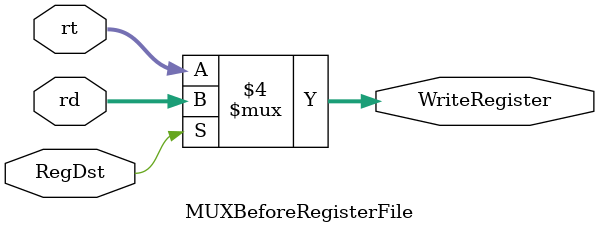
<source format=v>
module MUXBeforeRegisterFile(rd, rt, RegDst, WriteRegister);
      
      input RegDst;
	input [20:16] rt;
	input [15:11] rd;
	
	output reg [4:0] WriteRegister;

	always @ (RegDst, rd, rt) 
      begin
		if(RegDst == 1) 
            begin WriteRegister = rd; end
		else  
            begin WriteRegister = rt; end
	end

endmodule
</source>
